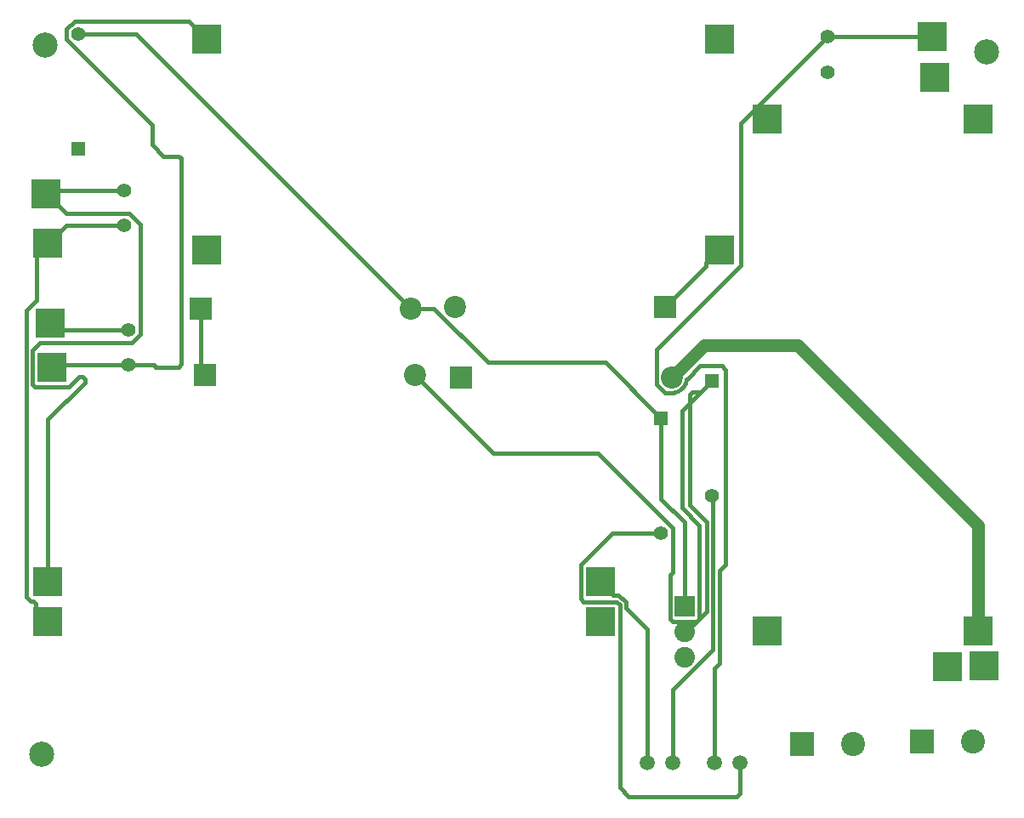
<source format=gtl>
G04*
G04 #@! TF.GenerationSoftware,Altium Limited,Altium Designer,24.1.2 (44)*
G04*
G04 Layer_Physical_Order=1*
G04 Layer_Color=255*
%FSLAX44Y44*%
%MOMM*%
G71*
G04*
G04 #@! TF.SameCoordinates,45874381-32F6-40E1-B25F-84CDE6F57C9E*
G04*
G04*
G04 #@! TF.FilePolarity,Positive*
G04*
G01*
G75*
%ADD21C,2.2000*%
%ADD22R,2.2000X2.2000*%
%ADD25C,1.3970*%
%ADD26R,1.3970X1.3970*%
%ADD29C,2.0500*%
%ADD30R,2.0500X2.0500*%
%ADD31C,0.3810*%
%ADD32C,1.2700*%
%ADD33C,2.5000*%
%ADD34R,3.0000X3.0000*%
%ADD35R,3.0000X3.0000*%
%ADD36C,1.4000*%
%ADD37C,1.5000*%
%ADD38C,2.4000*%
%ADD39R,2.4000X2.4000*%
D21*
X648450Y429500D02*
D03*
X432550Y499500D02*
D03*
X388950Y498250D02*
D03*
X393200Y432000D02*
D03*
D22*
X439050Y429500D02*
D03*
X641950Y499500D02*
D03*
X179550Y498250D02*
D03*
X183800Y432000D02*
D03*
D25*
X57250Y771550D02*
D03*
X638000Y274950D02*
D03*
X688500Y312200D02*
D03*
D26*
X57250Y657250D02*
D03*
X638000Y389250D02*
D03*
X688500Y426500D02*
D03*
D29*
X661250Y150700D02*
D03*
Y176100D02*
D03*
D30*
Y201500D02*
D03*
D31*
X650152Y414149D02*
G03*
X663801Y427801I-1702J15351D01*
G01*
X717153Y682653D02*
X803250Y768750D01*
X908000D02*
X908000Y768750D01*
X803250Y768750D02*
X908000D01*
X717153Y541617D02*
Y682653D01*
X633005Y457469D02*
X717153Y541617D01*
X668594Y415094D02*
X677094D01*
X666250Y412750D02*
X668594Y415094D01*
X666250Y404250D02*
Y412750D01*
X698500Y441000D02*
X702000Y437500D01*
X695950Y236970D02*
X702000Y243020D01*
X677000Y441000D02*
X698500D01*
X702000Y243020D02*
Y437500D01*
X663801Y427801D02*
X677000Y441000D01*
X642053Y414055D02*
X649309D01*
X650152Y414149D01*
X695950Y145449D02*
Y236970D01*
X690800Y140299D02*
X695950Y145449D01*
X666250Y302250D02*
X683250Y285250D01*
Y196714D02*
Y285250D01*
X649700Y118368D02*
X689600Y158268D01*
Y311100D01*
X675945Y189409D02*
X683250Y196714D01*
X690800Y45750D02*
Y140299D01*
X688500Y312200D02*
X689600Y311100D01*
X675945Y189409D02*
Y282305D01*
X658630Y299620D02*
Y396630D01*
Y299620D02*
X675945Y282305D01*
X633005Y423102D02*
X642053Y414055D01*
X633005Y423102D02*
Y457469D01*
X684984Y422984D02*
Y429040D01*
Y422984D02*
X688500Y426500D01*
X666250Y302250D02*
Y404250D01*
X677094Y415094D02*
X684984Y422984D01*
X666250Y404250D02*
X677094Y415094D01*
X658630Y396630D02*
X666250Y404250D01*
X673341Y186805D02*
X675945Y189409D01*
X662636Y176100D02*
X673341Y186805D01*
X649159D02*
X673341D01*
X575013Y354102D02*
X649430Y279685D01*
Y235984D02*
Y279685D01*
X646555Y233109D02*
X649430Y235984D01*
X646555Y189409D02*
Y233109D01*
Y189409D02*
X649159Y186805D01*
X393200Y432000D02*
X471098Y354102D01*
X575013D01*
X682655Y543405D02*
X695750Y556500D01*
X641950Y499500D02*
X682655Y540205D01*
Y543405D01*
X54036Y784500D02*
X167750D01*
X57250Y771550D02*
X115650D01*
X388950Y498250D01*
X45820Y766815D02*
Y776284D01*
X54036Y784500D01*
X131250Y661250D02*
Y681385D01*
X45820Y766815D02*
X131250Y681385D01*
X661250Y201500D02*
Y285382D01*
X638000Y308633D02*
Y389250D01*
Y308633D02*
X661250Y285382D01*
X582700Y444550D02*
X638000Y389250D01*
X167750Y784500D02*
X185750Y766500D01*
X131250Y661250D02*
X142500Y650000D01*
X179550Y436250D02*
Y498250D01*
Y436250D02*
X183800Y432000D01*
X661250Y176100D02*
X662636D01*
X388950Y498250D02*
X411958D01*
X465658Y444550D01*
X582700D01*
X5955Y495991D02*
X16250Y506286D01*
Y551750D01*
X19519Y464055D02*
X110991D01*
X15111Y198389D02*
Y204573D01*
X5955Y211259D02*
X10409Y206805D01*
X12305Y423159D02*
Y456841D01*
X12879Y206805D02*
X15111Y204573D01*
Y198389D02*
X27250Y186250D01*
X12305Y423159D02*
X14909Y420555D01*
X16250Y551750D02*
X25000Y560500D01*
X5955Y211259D02*
Y495991D01*
X10409Y206805D02*
X12879D01*
X12305Y456841D02*
X19519Y464055D01*
X14909Y420555D02*
X48591D01*
X25000Y560500D02*
Y565500D01*
X58174Y430138D02*
X62018D01*
X48591Y420555D02*
X58174Y430138D01*
X64250Y424750D02*
Y427906D01*
X119445Y472509D02*
Y581491D01*
X62018Y430138D02*
X64250Y427906D01*
X108238Y592698D02*
X119445Y581491D01*
X45552Y592698D02*
X108238D01*
X25500Y612750D02*
X45552Y592698D01*
X110991Y464055D02*
X119445Y472509D01*
X45500Y581000D02*
X103750D01*
X27500Y563000D02*
X45500Y581000D01*
X29750Y483500D02*
X36000Y477250D01*
X108000D01*
X34000Y442250D02*
X108000D01*
X27250Y226250D02*
Y387750D01*
X64250Y424750D01*
X28750Y616000D02*
X103750D01*
X25000Y565500D02*
X27500Y563000D01*
X596695Y21287D02*
X605732Y12250D01*
X593536Y206250D02*
X596695Y203091D01*
Y21287D02*
Y203091D01*
X560964Y206250D02*
X593536D01*
X557805Y209409D02*
Y243091D01*
Y209409D02*
X560964Y206250D01*
X557805Y243091D02*
X589664Y274950D01*
X638000D01*
X590345Y213155D02*
X595611D01*
X603045Y205721D01*
X605732Y12250D02*
X712750D01*
X603045Y200455D02*
X624300Y179200D01*
X603045Y200455D02*
Y205721D01*
X577250Y226250D02*
X590345Y213155D01*
X716200Y15700D02*
Y45750D01*
X712750Y12250D02*
X716200Y15700D01*
X649700Y45750D02*
Y118368D01*
X624300Y45750D02*
Y179200D01*
X157768Y650000D02*
X160000Y647768D01*
Y442750D02*
Y647768D01*
X135129Y440000D02*
X157250D01*
X108000Y442250D02*
X132879D01*
X135129Y440000D01*
X157250D02*
X160000Y442750D01*
X142500Y650000D02*
X157768D01*
X31750Y440000D02*
X34000Y442250D01*
X25500Y612750D02*
X28750Y616000D01*
D32*
X648450Y429500D02*
X680622Y461672D01*
X774328D02*
X953750Y282250D01*
X680622Y461672D02*
X774328D01*
X953750Y177250D02*
Y282250D01*
D33*
X21500Y54750D02*
D03*
X24500Y760500D02*
D03*
X962250Y754000D02*
D03*
D34*
X577250Y186250D02*
D03*
Y226250D02*
D03*
X27250D02*
D03*
Y186250D02*
D03*
X908000Y768750D02*
D03*
X695750Y556500D02*
D03*
Y766500D02*
D03*
X185750Y556500D02*
D03*
Y766500D02*
D03*
X923000Y141250D02*
D03*
X959000Y142250D02*
D03*
X910250Y728250D02*
D03*
X27500Y563000D02*
D03*
X25500Y612750D02*
D03*
X31750Y440000D02*
D03*
X29750Y483500D02*
D03*
D35*
X743750Y177250D02*
D03*
X953750D02*
D03*
X743750Y687250D02*
D03*
X953750D02*
D03*
D36*
X803250Y733750D02*
D03*
Y768750D02*
D03*
X103750Y581000D02*
D03*
Y616000D02*
D03*
X108000Y477250D02*
D03*
Y442250D02*
D03*
D37*
X716200Y45750D02*
D03*
X690800D02*
D03*
X649700D02*
D03*
X624300D02*
D03*
D38*
X948550Y67000D02*
D03*
X828750Y65000D02*
D03*
D39*
X897750Y67000D02*
D03*
X777950Y65000D02*
D03*
M02*

</source>
